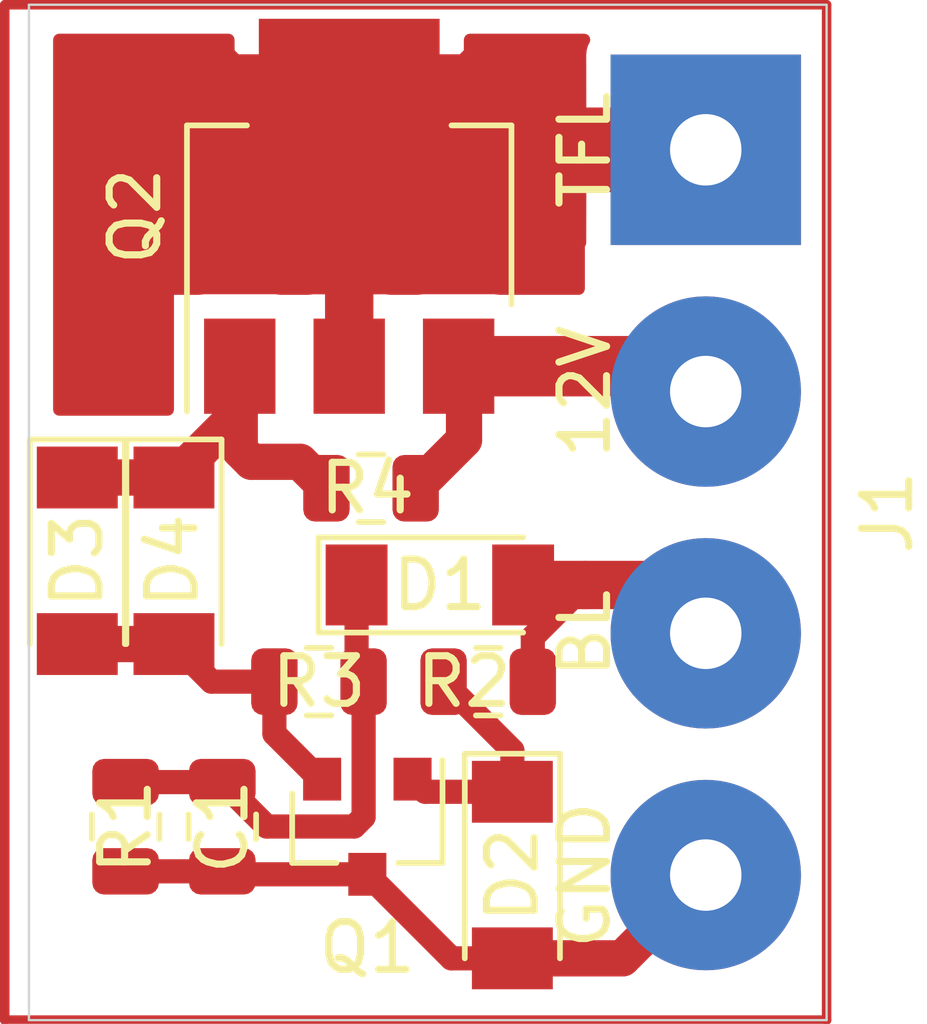
<source format=kicad_pcb>
(kicad_pcb (version 20190331) (host pcbnew "5.1.0-unknown-r15318-d88df890")

  (general
    (thickness 1.6)
    (drawings 12)
    (tracks 46)
    (zones 0)
    (modules 12)
    (nets 9)
  )

  (page "A4")
  (title_block
    (title "PosiBlinker")
    (rev "v1")
  )

  (layers
    (0 "F.Cu" signal)
    (31 "B.Cu" signal)
    (32 "B.Adhes" user hide)
    (33 "F.Adhes" user hide)
    (34 "B.Paste" user hide)
    (35 "F.Paste" user hide)
    (36 "B.SilkS" user hide)
    (37 "F.SilkS" user)
    (38 "B.Mask" user hide)
    (39 "F.Mask" user hide)
    (40 "Dwgs.User" user hide)
    (41 "Cmts.User" user hide)
    (42 "Eco1.User" user hide)
    (43 "Eco2.User" user hide)
    (44 "Edge.Cuts" user)
    (45 "Margin" user hide)
    (46 "B.CrtYd" user hide)
    (47 "F.CrtYd" user)
    (48 "B.Fab" user hide)
    (49 "F.Fab" user hide)
  )

  (setup
    (last_trace_width 0.25)
    (user_trace_width 0.254)
    (user_trace_width 0.381)
    (user_trace_width 0.508)
    (user_trace_width 0.762)
    (user_trace_width 1.016)
    (user_trace_width 1.27)
    (user_trace_width 1.524)
    (user_trace_width 1.778)
    (trace_clearance 0.2)
    (zone_clearance 0.508)
    (zone_45_only no)
    (trace_min 0.2)
    (via_size 0.8)
    (via_drill 0.4)
    (via_min_size 0.4)
    (via_min_drill 0.3)
    (user_via 1.5 0.9)
    (uvia_size 0.3)
    (uvia_drill 0.1)
    (uvias_allowed no)
    (uvia_min_size 0.2)
    (uvia_min_drill 0.1)
    (edge_width 0.05)
    (segment_width 0.2)
    (pcb_text_width 0.3)
    (pcb_text_size 1.5 1.5)
    (mod_edge_width 0.12)
    (mod_text_size 1 1)
    (mod_text_width 0.15)
    (pad_size 1.524 1.524)
    (pad_drill 0.762)
    (pad_to_mask_clearance 0.051)
    (solder_mask_min_width 0.25)
    (aux_axis_origin 0 0)
    (visible_elements FFFFFF7F)
    (pcbplotparams
      (layerselection 0x01000_7fffffff)
      (usegerberextensions false)
      (usegerberattributes false)
      (usegerberadvancedattributes false)
      (creategerberjobfile false)
      (excludeedgelayer true)
      (linewidth 0.100000)
      (plotframeref false)
      (viasonmask false)
      (mode 1)
      (useauxorigin false)
      (hpglpennumber 1)
      (hpglpenspeed 20)
      (hpglpendiameter 15.000000)
      (psnegative false)
      (psa4output false)
      (plotreference true)
      (plotvalue true)
      (plotinvisibletext false)
      (padsonsilk false)
      (subtractmaskfromsilk false)
      (outputformat 4)
      (mirror false)
      (drillshape 1)
      (scaleselection 1)
      (outputdirectory ""))
  )

  (net 0 "")
  (net 1 "GND")
  (net 2 "Net-(C1-Pad1)")
  (net 3 "BL")
  (net 4 "Net-(D2-Pad1)")
  (net 5 "Net-(D3-Pad2)")
  (net 6 "Net-(D3-Pad1)")
  (net 7 "12V")
  (net 8 "TFL_Out")

  (net_class "Default" "This is the default net class."
    (clearance 0.2)
    (trace_width 0.25)
    (via_dia 0.8)
    (via_drill 0.4)
    (uvia_dia 0.3)
    (uvia_drill 0.1)
    (add_net "12V")
    (add_net "BL")
    (add_net "GND")
    (add_net "Net-(C1-Pad1)")
    (add_net "Net-(D2-Pad1)")
    (add_net "Net-(D3-Pad1)")
    (add_net "Net-(D3-Pad2)")
    (add_net "TFL_Out")
  )

  (module "Connector_Wire:SolderWirePad_1x04_P5.08mm_Drill1.5mm" (layer "F.Cu") (tedit 5AEE6009) (tstamp 5CB05FF7)
    (at 66.548 41.148 270)
    (descr "Wire solder connection")
    (tags "connector")
    (path "/5CB3C9FD")
    (attr virtual)
    (fp_text reference "J1" (at 7.62 -3.81 90) (layer "F.SilkS")
      (effects (font (size 1 1) (thickness 0.15)))
    )
    (fp_text value "Conn_01x04_Male" (at 7.62 3.81 90) (layer "F.Fab")
      (effects (font (size 1 1) (thickness 0.15)))
    )
    (fp_line (start 17.74 2.5) (end -2.5 2.5) (layer "F.CrtYd") (width 0.05))
    (fp_line (start 17.74 2.5) (end 17.74 -2.5) (layer "F.CrtYd") (width 0.05))
    (fp_line (start -2.5 -2.5) (end -2.5 2.5) (layer "F.CrtYd") (width 0.05))
    (fp_line (start -2.5 -2.5) (end 17.74 -2.5) (layer "F.CrtYd") (width 0.05))
    (fp_text user "%R" (at 7.62 0 90) (layer "F.Fab")
      (effects (font (size 1 1) (thickness 0.15)))
    )
    (pad "4" thru_hole circle (at 15.24 0 270) (size 4.0005 4.0005) (drill 1.50114) (layers *.Cu *.Mask)
      (net 1 "GND"))
    (pad "3" thru_hole circle (at 10.16 0 270) (size 4.0005 4.0005) (drill 1.50114) (layers *.Cu *.Mask)
      (net 3 "BL"))
    (pad "2" thru_hole circle (at 5.08 0 270) (size 4.0005 4.0005) (drill 1.50114) (layers *.Cu *.Mask)
      (net 7 "12V"))
    (pad "1" thru_hole rect (at 0 0 270) (size 4.0005 4.0005) (drill 1.50114) (layers *.Cu *.Mask)
      (net 8 "TFL_Out"))
  )

  (module "Package_TO_SOT_SMD:SOT-223-3_TabPin2" (layer "F.Cu") (tedit 5A02FF57) (tstamp 5CAFC144)
    (at 59.055 42.545 90)
    (descr "module CMS SOT223 4 pins")
    (tags "CMS SOT")
    (path "/5CAFA986")
    (attr smd)
    (fp_text reference "Q2" (at 0 -4.5 90) (layer "F.SilkS")
      (effects (font (size 1 1) (thickness 0.15)))
    )
    (fp_text value "Q_PMOS_GDS" (at 0 4.5 90) (layer "F.Fab")
      (effects (font (size 1 1) (thickness 0.15)))
    )
    (fp_line (start 1.85 -3.35) (end 1.85 3.35) (layer "F.Fab") (width 0.1))
    (fp_line (start -1.85 3.35) (end 1.85 3.35) (layer "F.Fab") (width 0.1))
    (fp_line (start -4.1 -3.41) (end 1.91 -3.41) (layer "F.SilkS") (width 0.12))
    (fp_line (start -0.85 -3.35) (end 1.85 -3.35) (layer "F.Fab") (width 0.1))
    (fp_line (start -1.85 3.41) (end 1.91 3.41) (layer "F.SilkS") (width 0.12))
    (fp_line (start -1.85 -2.35) (end -1.85 3.35) (layer "F.Fab") (width 0.1))
    (fp_line (start -1.85 -2.35) (end -0.85 -3.35) (layer "F.Fab") (width 0.1))
    (fp_line (start -4.4 -3.6) (end -4.4 3.6) (layer "F.CrtYd") (width 0.05))
    (fp_line (start -4.4 3.6) (end 4.4 3.6) (layer "F.CrtYd") (width 0.05))
    (fp_line (start 4.4 3.6) (end 4.4 -3.6) (layer "F.CrtYd") (width 0.05))
    (fp_line (start 4.4 -3.6) (end -4.4 -3.6) (layer "F.CrtYd") (width 0.05))
    (fp_line (start 1.91 -3.41) (end 1.91 -2.15) (layer "F.SilkS") (width 0.12))
    (fp_line (start 1.91 3.41) (end 1.91 2.15) (layer "F.SilkS") (width 0.12))
    (fp_text user "%R" (at 0 0) (layer "F.Fab")
      (effects (font (size 0.8 0.8) (thickness 0.12)))
    )
    (pad "1" smd rect (at -3.15 -2.3 90) (size 2 1.5) (layers "F.Cu" "F.Paste" "F.Mask")
      (net 6 "Net-(D3-Pad1)"))
    (pad "3" smd rect (at -3.15 2.3 90) (size 2 1.5) (layers "F.Cu" "F.Paste" "F.Mask")
      (net 7 "12V"))
    (pad "2" smd rect (at -3.15 0 90) (size 2 1.5) (layers "F.Cu" "F.Paste" "F.Mask")
      (net 8 "TFL_Out"))
    (pad "2" smd rect (at 3.15 0 90) (size 2 3.8) (layers "F.Cu" "F.Paste" "F.Mask")
      (net 8 "TFL_Out"))
    (model "${KISYS3DMOD}/Package_TO_SOT_SMD.3dshapes/SOT-223.wrl"
      (at (xyz 0 0 0))
      (scale (xyz 1 1 1))
      (rotate (xyz 0 0 0))
    )
  )

  (module "Resistor_SMD:R_0805_2012Metric" (layer "F.Cu") (tedit 5B36C52B) (tstamp 5CAFBC9B)
    (at 59.5145 48.26 180)
    (descr "Resistor SMD 0805 (2012 Metric), square (rectangular) end terminal, IPC_7351 nominal, (Body size source: https://docs.google.com/spreadsheets/d/1BsfQQcO9C6DZCsRaXUlFlo91Tg2WpOkGARC1WS5S8t0/edit?usp=sharing), generated with kicad-footprint-generator")
    (tags "resistor")
    (path "/5CAF7EDB")
    (attr smd)
    (fp_text reference "R4" (at 0.0785 0) (layer "F.SilkS")
      (effects (font (size 1 1) (thickness 0.15)))
    )
    (fp_text value "10M" (at 0 1.65) (layer "F.Fab")
      (effects (font (size 1 1) (thickness 0.15)))
    )
    (fp_text user "%R" (at -0.0785 0) (layer "F.Fab")
      (effects (font (size 0.5 0.5) (thickness 0.08)))
    )
    (fp_line (start 1.68 0.95) (end -1.68 0.95) (layer "F.CrtYd") (width 0.05))
    (fp_line (start 1.68 -0.95) (end 1.68 0.95) (layer "F.CrtYd") (width 0.05))
    (fp_line (start -1.68 -0.95) (end 1.68 -0.95) (layer "F.CrtYd") (width 0.05))
    (fp_line (start -1.68 0.95) (end -1.68 -0.95) (layer "F.CrtYd") (width 0.05))
    (fp_line (start -0.258578 0.71) (end 0.258578 0.71) (layer "F.SilkS") (width 0.12))
    (fp_line (start -0.258578 -0.71) (end 0.258578 -0.71) (layer "F.SilkS") (width 0.12))
    (fp_line (start 1 0.6) (end -1 0.6) (layer "F.Fab") (width 0.1))
    (fp_line (start 1 -0.6) (end 1 0.6) (layer "F.Fab") (width 0.1))
    (fp_line (start -1 -0.6) (end 1 -0.6) (layer "F.Fab") (width 0.1))
    (fp_line (start -1 0.6) (end -1 -0.6) (layer "F.Fab") (width 0.1))
    (pad "2" smd roundrect (at 0.9375 0 180) (size 0.975 1.4) (layers "F.Cu" "F.Paste" "F.Mask") (roundrect_rratio 0.25)
      (net 6 "Net-(D3-Pad1)"))
    (pad "1" smd roundrect (at -0.9375 0 180) (size 0.975 1.4) (layers "F.Cu" "F.Paste" "F.Mask") (roundrect_rratio 0.25)
      (net 7 "12V"))
    (model "${KISYS3DMOD}/Resistor_SMD.3dshapes/R_0805_2012Metric.wrl"
      (at (xyz 0 0 0))
      (scale (xyz 1 1 1))
      (rotate (xyz 0 0 0))
    )
  )

  (module "Resistor_SMD:R_0805_2012Metric" (layer "F.Cu") (tedit 5B36C52B) (tstamp 5CAFBC8A)
    (at 58.42 52.324)
    (descr "Resistor SMD 0805 (2012 Metric), square (rectangular) end terminal, IPC_7351 nominal, (Body size source: https://docs.google.com/spreadsheets/d/1BsfQQcO9C6DZCsRaXUlFlo91Tg2WpOkGARC1WS5S8t0/edit?usp=sharing), generated with kicad-footprint-generator")
    (tags "resistor")
    (path "/5CB0C071")
    (attr smd)
    (fp_text reference "R3" (at 0 0) (layer "F.SilkS")
      (effects (font (size 1 1) (thickness 0.15)))
    )
    (fp_text value "10k" (at 0 1.65) (layer "F.Fab")
      (effects (font (size 1 1) (thickness 0.15)))
    )
    (fp_text user "%R" (at 0 0) (layer "F.Fab")
      (effects (font (size 0.5 0.5) (thickness 0.08)))
    )
    (fp_line (start 1.68 0.95) (end -1.68 0.95) (layer "F.CrtYd") (width 0.05))
    (fp_line (start 1.68 -0.95) (end 1.68 0.95) (layer "F.CrtYd") (width 0.05))
    (fp_line (start -1.68 -0.95) (end 1.68 -0.95) (layer "F.CrtYd") (width 0.05))
    (fp_line (start -1.68 0.95) (end -1.68 -0.95) (layer "F.CrtYd") (width 0.05))
    (fp_line (start -0.258578 0.71) (end 0.258578 0.71) (layer "F.SilkS") (width 0.12))
    (fp_line (start -0.258578 -0.71) (end 0.258578 -0.71) (layer "F.SilkS") (width 0.12))
    (fp_line (start 1 0.6) (end -1 0.6) (layer "F.Fab") (width 0.1))
    (fp_line (start 1 -0.6) (end 1 0.6) (layer "F.Fab") (width 0.1))
    (fp_line (start -1 -0.6) (end 1 -0.6) (layer "F.Fab") (width 0.1))
    (fp_line (start -1 0.6) (end -1 -0.6) (layer "F.Fab") (width 0.1))
    (pad "2" smd roundrect (at 0.9375 0) (size 0.975 1.4) (layers "F.Cu" "F.Paste" "F.Mask") (roundrect_rratio 0.25)
      (net 2 "Net-(C1-Pad1)"))
    (pad "1" smd roundrect (at -0.9375 0) (size 0.975 1.4) (layers "F.Cu" "F.Paste" "F.Mask") (roundrect_rratio 0.25)
      (net 5 "Net-(D3-Pad2)"))
    (model "${KISYS3DMOD}/Resistor_SMD.3dshapes/R_0805_2012Metric.wrl"
      (at (xyz 0 0 0))
      (scale (xyz 1 1 1))
      (rotate (xyz 0 0 0))
    )
  )

  (module "Resistor_SMD:R_0805_2012Metric" (layer "F.Cu") (tedit 5B36C52B) (tstamp 5CB06F9B)
    (at 61.976 52.324)
    (descr "Resistor SMD 0805 (2012 Metric), square (rectangular) end terminal, IPC_7351 nominal, (Body size source: https://docs.google.com/spreadsheets/d/1BsfQQcO9C6DZCsRaXUlFlo91Tg2WpOkGARC1WS5S8t0/edit?usp=sharing), generated with kicad-footprint-generator")
    (tags "resistor")
    (path "/5CAF8B87")
    (attr smd)
    (fp_text reference "R2" (at -0.508 0) (layer "F.SilkS")
      (effects (font (size 1 1) (thickness 0.15)))
    )
    (fp_text value "10k" (at 0 1.65) (layer "F.Fab")
      (effects (font (size 1 1) (thickness 0.15)))
    )
    (fp_text user "%R" (at -0.0785 0.036) (layer "F.Fab")
      (effects (font (size 0.5 0.5) (thickness 0.08)))
    )
    (fp_line (start 1.68 0.95) (end -1.68 0.95) (layer "F.CrtYd") (width 0.05))
    (fp_line (start 1.68 -0.95) (end 1.68 0.95) (layer "F.CrtYd") (width 0.05))
    (fp_line (start -1.68 -0.95) (end 1.68 -0.95) (layer "F.CrtYd") (width 0.05))
    (fp_line (start -1.68 0.95) (end -1.68 -0.95) (layer "F.CrtYd") (width 0.05))
    (fp_line (start -0.258578 0.71) (end 0.258578 0.71) (layer "F.SilkS") (width 0.12))
    (fp_line (start -0.258578 -0.71) (end 0.258578 -0.71) (layer "F.SilkS") (width 0.12))
    (fp_line (start 1 0.6) (end -1 0.6) (layer "F.Fab") (width 0.1))
    (fp_line (start 1 -0.6) (end 1 0.6) (layer "F.Fab") (width 0.1))
    (fp_line (start -1 -0.6) (end 1 -0.6) (layer "F.Fab") (width 0.1))
    (fp_line (start -1 0.6) (end -1 -0.6) (layer "F.Fab") (width 0.1))
    (pad "2" smd roundrect (at 0.9375 0) (size 0.975 1.4) (layers "F.Cu" "F.Paste" "F.Mask") (roundrect_rratio 0.25)
      (net 3 "BL"))
    (pad "1" smd roundrect (at -0.9375 0) (size 0.975 1.4) (layers "F.Cu" "F.Paste" "F.Mask") (roundrect_rratio 0.25)
      (net 4 "Net-(D2-Pad1)"))
    (model "${KISYS3DMOD}/Resistor_SMD.3dshapes/R_0805_2012Metric.wrl"
      (at (xyz 0 0 0))
      (scale (xyz 1 1 1))
      (rotate (xyz 0 0 0))
    )
  )

  (module "Resistor_SMD:R_0805_2012Metric" (layer "F.Cu") (tedit 5B36C52B) (tstamp 5CB064F9)
    (at 54.356 55.372 270)
    (descr "Resistor SMD 0805 (2012 Metric), square (rectangular) end terminal, IPC_7351 nominal, (Body size source: https://docs.google.com/spreadsheets/d/1BsfQQcO9C6DZCsRaXUlFlo91Tg2WpOkGARC1WS5S8t0/edit?usp=sharing), generated with kicad-footprint-generator")
    (tags "resistor")
    (path "/5CA4B499")
    (attr smd)
    (fp_text reference "R1" (at 0 0 90) (layer "F.SilkS")
      (effects (font (size 1 1) (thickness 0.15)))
    )
    (fp_text value "2MEG" (at 0 1.65 90) (layer "F.Fab")
      (effects (font (size 1 1) (thickness 0.15)))
    )
    (fp_text user "%R" (at 0 0 90) (layer "F.Fab")
      (effects (font (size 0.5 0.5) (thickness 0.08)))
    )
    (fp_line (start 1.68 0.95) (end -1.68 0.95) (layer "F.CrtYd") (width 0.05))
    (fp_line (start 1.68 -0.95) (end 1.68 0.95) (layer "F.CrtYd") (width 0.05))
    (fp_line (start -1.68 -0.95) (end 1.68 -0.95) (layer "F.CrtYd") (width 0.05))
    (fp_line (start -1.68 0.95) (end -1.68 -0.95) (layer "F.CrtYd") (width 0.05))
    (fp_line (start -0.258578 0.71) (end 0.258578 0.71) (layer "F.SilkS") (width 0.12))
    (fp_line (start -0.258578 -0.71) (end 0.258578 -0.71) (layer "F.SilkS") (width 0.12))
    (fp_line (start 1 0.6) (end -1 0.6) (layer "F.Fab") (width 0.1))
    (fp_line (start 1 -0.6) (end 1 0.6) (layer "F.Fab") (width 0.1))
    (fp_line (start -1 -0.6) (end 1 -0.6) (layer "F.Fab") (width 0.1))
    (fp_line (start -1 0.6) (end -1 -0.6) (layer "F.Fab") (width 0.1))
    (pad "2" smd roundrect (at 0.9375 0 270) (size 0.975 1.4) (layers "F.Cu" "F.Paste" "F.Mask") (roundrect_rratio 0.25)
      (net 1 "GND"))
    (pad "1" smd roundrect (at -0.9375 0 270) (size 0.975 1.4) (layers "F.Cu" "F.Paste" "F.Mask") (roundrect_rratio 0.25)
      (net 2 "Net-(C1-Pad1)"))
    (model "${KISYS3DMOD}/Resistor_SMD.3dshapes/R_0805_2012Metric.wrl"
      (at (xyz 0 0 0))
      (scale (xyz 1 1 1))
      (rotate (xyz 0 0 0))
    )
  )

  (module "Package_TO_SOT_SMD:SOT-23" (layer "F.Cu") (tedit 5A02FF57) (tstamp 5CAFDF38)
    (at 59.436 55.372 270)
    (descr "SOT-23, Standard")
    (tags "SOT-23")
    (path "/5CB0CF13")
    (attr smd)
    (fp_text reference "Q1" (at 2.54 0 180) (layer "F.SilkS")
      (effects (font (size 1 1) (thickness 0.15)))
    )
    (fp_text value "Q_NMOS_GDS" (at 0 2.5 90) (layer "F.Fab")
      (effects (font (size 1 1) (thickness 0.15)))
    )
    (fp_line (start 0.76 1.58) (end -0.7 1.58) (layer "F.SilkS") (width 0.12))
    (fp_line (start 0.76 -1.58) (end -1.4 -1.58) (layer "F.SilkS") (width 0.12))
    (fp_line (start -1.7 1.75) (end -1.7 -1.75) (layer "F.CrtYd") (width 0.05))
    (fp_line (start 1.7 1.75) (end -1.7 1.75) (layer "F.CrtYd") (width 0.05))
    (fp_line (start 1.7 -1.75) (end 1.7 1.75) (layer "F.CrtYd") (width 0.05))
    (fp_line (start -1.7 -1.75) (end 1.7 -1.75) (layer "F.CrtYd") (width 0.05))
    (fp_line (start 0.76 -1.58) (end 0.76 -0.65) (layer "F.SilkS") (width 0.12))
    (fp_line (start 0.76 1.58) (end 0.76 0.65) (layer "F.SilkS") (width 0.12))
    (fp_line (start -0.7 1.52) (end 0.7 1.52) (layer "F.Fab") (width 0.1))
    (fp_line (start 0.7 -1.52) (end 0.7 1.52) (layer "F.Fab") (width 0.1))
    (fp_line (start -0.7 -0.95) (end -0.15 -1.52) (layer "F.Fab") (width 0.1))
    (fp_line (start -0.15 -1.52) (end 0.7 -1.52) (layer "F.Fab") (width 0.1))
    (fp_line (start -0.7 -0.95) (end -0.7 1.5) (layer "F.Fab") (width 0.1))
    (fp_text user "%R" (at 0 0) (layer "F.Fab")
      (effects (font (size 0.5 0.5) (thickness 0.075)))
    )
    (pad "3" smd rect (at 1 0 270) (size 0.9 0.8) (layers "F.Cu" "F.Paste" "F.Mask")
      (net 1 "GND"))
    (pad "2" smd rect (at -1 0.95 270) (size 0.9 0.8) (layers "F.Cu" "F.Paste" "F.Mask")
      (net 5 "Net-(D3-Pad2)"))
    (pad "1" smd rect (at -1 -0.95 270) (size 0.9 0.8) (layers "F.Cu" "F.Paste" "F.Mask")
      (net 4 "Net-(D2-Pad1)"))
    (model "${KISYS3DMOD}/Package_TO_SOT_SMD.3dshapes/SOT-23.wrl"
      (at (xyz 0 0 0))
      (scale (xyz 1 1 1))
      (rotate (xyz 0 0 0))
    )
  )

  (module "Diode_SMD:D_MiniMELF" (layer "F.Cu") (tedit 5905D8F5) (tstamp 5CAFBC1F)
    (at 53.34 49.784 270)
    (descr "Diode Mini-MELF")
    (tags "Diode Mini-MELF")
    (path "/5CAF86CF")
    (attr smd)
    (fp_text reference "D4" (at 0 -2 90) (layer "F.SilkS")
      (effects (font (size 1 1) (thickness 0.15)))
    )
    (fp_text value "7V" (at 0.282 1.75 90) (layer "F.Fab")
      (effects (font (size 1 1) (thickness 0.15)))
    )
    (fp_line (start -2.65 1.1) (end -2.65 -1.1) (layer "F.CrtYd") (width 0.05))
    (fp_line (start 2.65 1.1) (end -2.65 1.1) (layer "F.CrtYd") (width 0.05))
    (fp_line (start 2.65 -1.1) (end 2.65 1.1) (layer "F.CrtYd") (width 0.05))
    (fp_line (start -2.65 -1.1) (end 2.65 -1.1) (layer "F.CrtYd") (width 0.05))
    (fp_line (start -0.75 0) (end -0.35 0) (layer "F.Fab") (width 0.1))
    (fp_line (start -0.35 0) (end -0.35 -0.55) (layer "F.Fab") (width 0.1))
    (fp_line (start -0.35 0) (end -0.35 0.55) (layer "F.Fab") (width 0.1))
    (fp_line (start -0.35 0) (end 0.25 -0.4) (layer "F.Fab") (width 0.1))
    (fp_line (start 0.25 -0.4) (end 0.25 0.4) (layer "F.Fab") (width 0.1))
    (fp_line (start 0.25 0.4) (end -0.35 0) (layer "F.Fab") (width 0.1))
    (fp_line (start 0.25 0) (end 0.75 0) (layer "F.Fab") (width 0.1))
    (fp_line (start -1.65 -0.8) (end 1.65 -0.8) (layer "F.Fab") (width 0.1))
    (fp_line (start -1.65 0.8) (end -1.65 -0.8) (layer "F.Fab") (width 0.1))
    (fp_line (start 1.65 0.8) (end -1.65 0.8) (layer "F.Fab") (width 0.1))
    (fp_line (start 1.65 -0.8) (end 1.65 0.8) (layer "F.Fab") (width 0.1))
    (fp_line (start -2.55 1) (end 1.75 1) (layer "F.SilkS") (width 0.12))
    (fp_line (start -2.55 -1) (end -2.55 1) (layer "F.SilkS") (width 0.12))
    (fp_line (start 1.75 -1) (end -2.55 -1) (layer "F.SilkS") (width 0.12))
    (fp_text user "%R" (at 0 -2 90) (layer "F.Fab")
      (effects (font (size 1 1) (thickness 0.15)))
    )
    (pad "2" smd rect (at 1.75 0 270) (size 1.3 1.7) (layers "F.Cu" "F.Paste" "F.Mask")
      (net 5 "Net-(D3-Pad2)"))
    (pad "1" smd rect (at -1.75 0 270) (size 1.3 1.7) (layers "F.Cu" "F.Paste" "F.Mask")
      (net 6 "Net-(D3-Pad1)"))
    (model "${KISYS3DMOD}/Diode_SMD.3dshapes/D_MiniMELF.wrl"
      (at (xyz 0 0 0))
      (scale (xyz 1 1 1))
      (rotate (xyz 0 0 0))
    )
  )

  (module "Diode_SMD:D_MiniMELF" (layer "F.Cu") (tedit 5905D8F5) (tstamp 5CAFBC06)
    (at 55.372 49.784 270)
    (descr "Diode Mini-MELF")
    (tags "Diode Mini-MELF")
    (path "/5CB0D6F8")
    (attr smd)
    (fp_text reference "D3" (at 0 2.032 90) (layer "F.SilkS")
      (effects (font (size 1 1) (thickness 0.15)))
    )
    (fp_text value "D" (at -0.226 2.032 90) (layer "F.Fab")
      (effects (font (size 1 1) (thickness 0.15)))
    )
    (fp_line (start -2.65 1.1) (end -2.65 -1.1) (layer "F.CrtYd") (width 0.05))
    (fp_line (start 2.65 1.1) (end -2.65 1.1) (layer "F.CrtYd") (width 0.05))
    (fp_line (start 2.65 -1.1) (end 2.65 1.1) (layer "F.CrtYd") (width 0.05))
    (fp_line (start -2.65 -1.1) (end 2.65 -1.1) (layer "F.CrtYd") (width 0.05))
    (fp_line (start -0.75 0) (end -0.35 0) (layer "F.Fab") (width 0.1))
    (fp_line (start -0.35 0) (end -0.35 -0.55) (layer "F.Fab") (width 0.1))
    (fp_line (start -0.35 0) (end -0.35 0.55) (layer "F.Fab") (width 0.1))
    (fp_line (start -0.35 0) (end 0.25 -0.4) (layer "F.Fab") (width 0.1))
    (fp_line (start 0.25 -0.4) (end 0.25 0.4) (layer "F.Fab") (width 0.1))
    (fp_line (start 0.25 0.4) (end -0.35 0) (layer "F.Fab") (width 0.1))
    (fp_line (start 0.25 0) (end 0.75 0) (layer "F.Fab") (width 0.1))
    (fp_line (start -1.65 -0.8) (end 1.65 -0.8) (layer "F.Fab") (width 0.1))
    (fp_line (start -1.65 0.8) (end -1.65 -0.8) (layer "F.Fab") (width 0.1))
    (fp_line (start 1.65 0.8) (end -1.65 0.8) (layer "F.Fab") (width 0.1))
    (fp_line (start 1.65 -0.8) (end 1.65 0.8) (layer "F.Fab") (width 0.1))
    (fp_line (start -2.55 1) (end 1.75 1) (layer "F.SilkS") (width 0.12))
    (fp_line (start -2.55 -1) (end -2.55 1) (layer "F.SilkS") (width 0.12))
    (fp_line (start 1.75 -1) (end -2.55 -1) (layer "F.SilkS") (width 0.12))
    (fp_text user "%R" (at 0 -2 90) (layer "F.Fab")
      (effects (font (size 1 1) (thickness 0.15)))
    )
    (pad "2" smd rect (at 1.75 0 270) (size 1.3 1.7) (layers "F.Cu" "F.Paste" "F.Mask")
      (net 5 "Net-(D3-Pad2)"))
    (pad "1" smd rect (at -1.75 0 270) (size 1.3 1.7) (layers "F.Cu" "F.Paste" "F.Mask")
      (net 6 "Net-(D3-Pad1)"))
    (model "${KISYS3DMOD}/Diode_SMD.3dshapes/D_MiniMELF.wrl"
      (at (xyz 0 0 0))
      (scale (xyz 1 1 1))
      (rotate (xyz 0 0 0))
    )
  )

  (module "Diode_SMD:D_MiniMELF" (layer "F.Cu") (tedit 5905D8F5) (tstamp 5CB05B36)
    (at 62.484 56.388 270)
    (descr "Diode Mini-MELF")
    (tags "Diode Mini-MELF")
    (path "/5CAF9739")
    (attr smd)
    (fp_text reference "D2" (at 0 0 90) (layer "F.SilkS")
      (effects (font (size 1 1) (thickness 0.15)))
    )
    (fp_text value "7V" (at 0 1.75 90) (layer "F.Fab")
      (effects (font (size 1 1) (thickness 0.15)))
    )
    (fp_line (start -2.65 1.1) (end -2.65 -1.1) (layer "F.CrtYd") (width 0.05))
    (fp_line (start 2.65 1.1) (end -2.65 1.1) (layer "F.CrtYd") (width 0.05))
    (fp_line (start 2.65 -1.1) (end 2.65 1.1) (layer "F.CrtYd") (width 0.05))
    (fp_line (start -2.65 -1.1) (end 2.65 -1.1) (layer "F.CrtYd") (width 0.05))
    (fp_line (start -0.75 0) (end -0.35 0) (layer "F.Fab") (width 0.1))
    (fp_line (start -0.35 0) (end -0.35 -0.55) (layer "F.Fab") (width 0.1))
    (fp_line (start -0.35 0) (end -0.35 0.55) (layer "F.Fab") (width 0.1))
    (fp_line (start -0.35 0) (end 0.25 -0.4) (layer "F.Fab") (width 0.1))
    (fp_line (start 0.25 -0.4) (end 0.25 0.4) (layer "F.Fab") (width 0.1))
    (fp_line (start 0.25 0.4) (end -0.35 0) (layer "F.Fab") (width 0.1))
    (fp_line (start 0.25 0) (end 0.75 0) (layer "F.Fab") (width 0.1))
    (fp_line (start -1.65 -0.8) (end 1.65 -0.8) (layer "F.Fab") (width 0.1))
    (fp_line (start -1.65 0.8) (end -1.65 -0.8) (layer "F.Fab") (width 0.1))
    (fp_line (start 1.65 0.8) (end -1.65 0.8) (layer "F.Fab") (width 0.1))
    (fp_line (start 1.65 -0.8) (end 1.65 0.8) (layer "F.Fab") (width 0.1))
    (fp_line (start -2.55 1) (end 1.75 1) (layer "F.SilkS") (width 0.12))
    (fp_line (start -2.55 -1) (end -2.55 1) (layer "F.SilkS") (width 0.12))
    (fp_line (start 1.75 -1) (end -2.55 -1) (layer "F.SilkS") (width 0.12))
    (fp_text user "%R" (at 0 -2 90) (layer "F.Fab")
      (effects (font (size 1 1) (thickness 0.15)))
    )
    (pad "2" smd rect (at 1.75 0 270) (size 1.3 1.7) (layers "F.Cu" "F.Paste" "F.Mask")
      (net 1 "GND"))
    (pad "1" smd rect (at -1.75 0 270) (size 1.3 1.7) (layers "F.Cu" "F.Paste" "F.Mask")
      (net 4 "Net-(D2-Pad1)"))
    (model "${KISYS3DMOD}/Diode_SMD.3dshapes/D_MiniMELF.wrl"
      (at (xyz 0 0 0))
      (scale (xyz 1 1 1))
      (rotate (xyz 0 0 0))
    )
  )

  (module "Diode_SMD:D_MiniMELF" (layer "F.Cu") (tedit 5905D8F5) (tstamp 5CAFBBD4)
    (at 60.96 50.292)
    (descr "Diode Mini-MELF")
    (tags "Diode Mini-MELF")
    (path "/5CB09567")
    (attr smd)
    (fp_text reference "D1" (at 0 0) (layer "F.SilkS")
      (effects (font (size 1 1) (thickness 0.15)))
    )
    (fp_text value "D" (at 0 1.75) (layer "F.Fab")
      (effects (font (size 1 1) (thickness 0.15)))
    )
    (fp_line (start -2.65 1.1) (end -2.65 -1.1) (layer "F.CrtYd") (width 0.05))
    (fp_line (start 2.65 1.1) (end -2.65 1.1) (layer "F.CrtYd") (width 0.05))
    (fp_line (start 2.65 -1.1) (end 2.65 1.1) (layer "F.CrtYd") (width 0.05))
    (fp_line (start -2.65 -1.1) (end 2.65 -1.1) (layer "F.CrtYd") (width 0.05))
    (fp_line (start -0.75 0) (end -0.35 0) (layer "F.Fab") (width 0.1))
    (fp_line (start -0.35 0) (end -0.35 -0.55) (layer "F.Fab") (width 0.1))
    (fp_line (start -0.35 0) (end -0.35 0.55) (layer "F.Fab") (width 0.1))
    (fp_line (start -0.35 0) (end 0.25 -0.4) (layer "F.Fab") (width 0.1))
    (fp_line (start 0.25 -0.4) (end 0.25 0.4) (layer "F.Fab") (width 0.1))
    (fp_line (start 0.25 0.4) (end -0.35 0) (layer "F.Fab") (width 0.1))
    (fp_line (start 0.25 0) (end 0.75 0) (layer "F.Fab") (width 0.1))
    (fp_line (start -1.65 -0.8) (end 1.65 -0.8) (layer "F.Fab") (width 0.1))
    (fp_line (start -1.65 0.8) (end -1.65 -0.8) (layer "F.Fab") (width 0.1))
    (fp_line (start 1.65 0.8) (end -1.65 0.8) (layer "F.Fab") (width 0.1))
    (fp_line (start 1.65 -0.8) (end 1.65 0.8) (layer "F.Fab") (width 0.1))
    (fp_line (start -2.55 1) (end 1.75 1) (layer "F.SilkS") (width 0.12))
    (fp_line (start -2.55 -1) (end -2.55 1) (layer "F.SilkS") (width 0.12))
    (fp_line (start 1.75 -1) (end -2.55 -1) (layer "F.SilkS") (width 0.12))
    (fp_text user "%R" (at 0 -2) (layer "F.Fab")
      (effects (font (size 1 1) (thickness 0.15)))
    )
    (pad "2" smd rect (at 1.75 0) (size 1.3 1.7) (layers "F.Cu" "F.Paste" "F.Mask")
      (net 3 "BL"))
    (pad "1" smd rect (at -1.75 0) (size 1.3 1.7) (layers "F.Cu" "F.Paste" "F.Mask")
      (net 2 "Net-(C1-Pad1)"))
    (model "${KISYS3DMOD}/Diode_SMD.3dshapes/D_MiniMELF.wrl"
      (at (xyz 0 0 0))
      (scale (xyz 1 1 1))
      (rotate (xyz 0 0 0))
    )
  )

  (module "Capacitor_SMD:C_0805_2012Metric" (layer "F.Cu") (tedit 5B36C52B) (tstamp 5CAFE0BE)
    (at 56.388 55.372 270)
    (descr "Capacitor SMD 0805 (2012 Metric), square (rectangular) end terminal, IPC_7351 nominal, (Body size source: https://docs.google.com/spreadsheets/d/1BsfQQcO9C6DZCsRaXUlFlo91Tg2WpOkGARC1WS5S8t0/edit?usp=sharing), generated with kicad-footprint-generator")
    (tags "capacitor")
    (path "/5CA4B14B")
    (attr smd)
    (fp_text reference "C1" (at 0 0 90) (layer "F.SilkS")
      (effects (font (size 1 1) (thickness 0.15)))
    )
    (fp_text value "500n" (at 0 1.65 90) (layer "F.Fab")
      (effects (font (size 1 1) (thickness 0.15)))
    )
    (fp_text user "%R" (at 0 0 90) (layer "F.Fab")
      (effects (font (size 0.5 0.5) (thickness 0.08)))
    )
    (fp_line (start 1.68 0.95) (end -1.68 0.95) (layer "F.CrtYd") (width 0.05))
    (fp_line (start 1.68 -0.95) (end 1.68 0.95) (layer "F.CrtYd") (width 0.05))
    (fp_line (start -1.68 -0.95) (end 1.68 -0.95) (layer "F.CrtYd") (width 0.05))
    (fp_line (start -1.68 0.95) (end -1.68 -0.95) (layer "F.CrtYd") (width 0.05))
    (fp_line (start -0.258578 0.71) (end 0.258578 0.71) (layer "F.SilkS") (width 0.12))
    (fp_line (start -0.258578 -0.71) (end 0.258578 -0.71) (layer "F.SilkS") (width 0.12))
    (fp_line (start 1 0.6) (end -1 0.6) (layer "F.Fab") (width 0.1))
    (fp_line (start 1 -0.6) (end 1 0.6) (layer "F.Fab") (width 0.1))
    (fp_line (start -1 -0.6) (end 1 -0.6) (layer "F.Fab") (width 0.1))
    (fp_line (start -1 0.6) (end -1 -0.6) (layer "F.Fab") (width 0.1))
    (pad "2" smd roundrect (at 0.9375 0 270) (size 0.975 1.4) (layers "F.Cu" "F.Paste" "F.Mask") (roundrect_rratio 0.25)
      (net 1 "GND"))
    (pad "1" smd roundrect (at -0.9375 0 270) (size 0.975 1.4) (layers "F.Cu" "F.Paste" "F.Mask") (roundrect_rratio 0.25)
      (net 2 "Net-(C1-Pad1)"))
    (model "${KISYS3DMOD}/Capacitor_SMD.3dshapes/C_0805_2012Metric.wrl"
      (at (xyz 0 0 0))
      (scale (xyz 1 1 1))
      (rotate (xyz 0 0 0))
    )
  )

  (gr_line (start 69.088 59.436) (end 51.816 59.436) (layer "F.Cu") (width 0.2) (tstamp 5CB0710F))
  (gr_line (start 69.088 38.1) (end 69.088 59.436) (layer "F.Cu") (width 0.2))
  (gr_line (start 51.816 38.1) (end 69.088 38.1) (layer "F.Cu") (width 0.2))
  (gr_line (start 51.816 59.436) (end 51.816 38.1) (layer "F.Cu") (width 0.2))
  (gr_text "GND" (at 64.008 56.388 90) (layer "F.SilkS")
    (effects (font (size 1 1) (thickness 0.15)))
  )
  (gr_text "BL" (at 64.008 51.308 90) (layer "F.SilkS")
    (effects (font (size 1 1) (thickness 0.15)))
  )
  (gr_text "12V" (at 64.008 46.228 90) (layer "F.SilkS")
    (effects (font (size 1 1) (thickness 0.15)))
  )
  (gr_text "TFL" (at 64.008 41.148 90) (layer "F.SilkS")
    (effects (font (size 1 1) (thickness 0.15)))
  )
  (gr_line (start 69.088 38.1) (end 69.088 59.436) (layer "Edge.Cuts") (width 0.05) (tstamp 5CB068E6))
  (gr_line (start 52.324 38.1) (end 69.088 38.1) (layer "Edge.Cuts") (width 0.05))
  (gr_line (start 52.324 59.436) (end 52.324 38.1) (layer "Edge.Cuts") (width 0.05))
  (gr_line (start 69.088 59.436) (end 52.324 59.436) (layer "Edge.Cuts") (width 0.05))

  (segment (start 64.798 58.138) (end 66.548 56.388) (width 0.762) (layer "F.Cu") (net 1))
  (segment (start 62.484 58.138) (end 64.798 58.138) (width 0.762) (layer "F.Cu") (net 1))
  (segment (start 61.202 58.138) (end 59.436 56.372) (width 0.508) (layer "F.Cu") (net 1))
  (segment (start 62.484 58.138) (end 61.202 58.138) (width 0.508) (layer "F.Cu") (net 1))
  (segment (start 56.4505 56.372) (end 56.388 56.3095) (width 0.508) (layer "F.Cu") (net 1))
  (segment (start 59.436 56.372) (end 56.4505 56.372) (width 0.508) (layer "F.Cu") (net 1))
  (segment (start 56.388 56.3095) (end 54.356 56.3095) (width 0.508) (layer "F.Cu") (net 1))
  (segment (start 59.21 52.1765) (end 59.3575 52.324) (width 0.508) (layer "F.Cu") (net 2))
  (segment (start 59.21 50.292) (end 59.21 52.1765) (width 0.508) (layer "F.Cu") (net 2))
  (segment (start 56.944237 54.990737) (end 56.388 54.4345) (width 0.508) (layer "F.Cu") (net 2))
  (segment (start 59.157212 55.36799) (end 57.32149 55.36799) (width 0.508) (layer "F.Cu") (net 2) (tstamp 5CB06D45))
  (segment (start 57.32149 55.36799) (end 56.944237 54.990737) (width 0.508) (layer "F.Cu") (net 2))
  (segment (start 59.3575 55.167702) (end 59.157212 55.36799) (width 0.508) (layer "F.Cu") (net 2))
  (segment (start 59.3575 52.324) (end 59.3575 55.167702) (width 0.508) (layer "F.Cu") (net 2))
  (segment (start 56.388 54.4345) (end 54.356 54.4345) (width 0.508) (layer "F.Cu") (net 2))
  (segment (start 65.532 50.292) (end 66.548 51.308) (width 1.016) (layer "F.Cu") (net 3))
  (segment (start 62.9135 51.3865) (end 64.008 50.292) (width 0.508) (layer "F.Cu") (net 3))
  (segment (start 62.9135 52.324) (end 62.9135 51.3865) (width 0.508) (layer "F.Cu") (net 3))
  (segment (start 62.71 50.292) (end 64.008 50.292) (width 1.016) (layer "F.Cu") (net 3))
  (segment (start 64.008 50.292) (end 65.532 50.292) (width 1.016) (layer "F.Cu") (net 3))
  (segment (start 60.652 54.638) (end 60.386 54.372) (width 0.508) (layer "F.Cu") (net 4))
  (segment (start 62.484 54.638) (end 60.652 54.638) (width 0.508) (layer "F.Cu") (net 4))
  (segment (start 60.386 54.372) (end 60.436 54.372) (width 0.508) (layer "F.Cu") (net 4))
  (segment (start 62.484 53.7695) (end 61.0385 52.324) (width 0.508) (layer "F.Cu") (net 4))
  (segment (start 62.484 54.638) (end 62.484 53.7695) (width 0.508) (layer "F.Cu") (net 4))
  (segment (start 53.34 51.534) (end 55.372 51.534) (width 0.762) (layer "F.Cu") (net 5))
  (segment (start 57.4825 53.4185) (end 57.4825 52.324) (width 0.508) (layer "F.Cu") (net 5))
  (segment (start 58.486 54.372) (end 58.436 54.372) (width 0.508) (layer "F.Cu") (net 5))
  (segment (start 58.436 54.372) (end 57.4825 53.4185) (width 0.508) (layer "F.Cu") (net 5))
  (segment (start 56.162 52.324) (end 55.372 51.534) (width 0.508) (layer "F.Cu") (net 5))
  (segment (start 57.4825 52.324) (end 56.162 52.324) (width 0.508) (layer "F.Cu") (net 5))
  (segment (start 56.755 46.651) (end 55.372 48.034) (width 0.762) (layer "F.Cu") (net 6))
  (segment (start 56.755 45.695) (end 56.755 46.651) (width 0.762) (layer "F.Cu") (net 6))
  (segment (start 56.755 47.457) (end 56.755 45.695) (width 0.762) (layer "F.Cu") (net 6))
  (segment (start 57.001763 47.703763) (end 56.755 47.457) (width 0.762) (layer "F.Cu") (net 6))
  (segment (start 58.020763 47.703763) (end 57.001763 47.703763) (width 0.762) (layer "F.Cu") (net 6))
  (segment (start 58.577 48.26) (end 58.020763 47.703763) (width 0.762) (layer "F.Cu") (net 6))
  (segment (start 53.34 48.034) (end 55.372 48.034) (width 0.762) (layer "F.Cu") (net 6))
  (segment (start 66.015 45.695) (end 66.548 46.228) (width 1.27) (layer "F.Cu") (net 7))
  (segment (start 61.355 45.695) (end 66.015 45.695) (width 1.27) (layer "F.Cu") (net 7))
  (segment (start 60.452 48.26) (end 61.468 47.244) (width 0.762) (layer "F.Cu") (net 7))
  (segment (start 61.468 45.808) (end 61.355 45.695) (width 0.762) (layer "F.Cu") (net 7))
  (segment (start 61.468 47.244) (end 61.468 45.808) (width 0.762) (layer "F.Cu") (net 7))
  (segment (start 59.055 45.695) (end 59.055 39.395) (width 1.016) (layer "F.Cu") (net 8))
  (segment (start 60.808 41.148) (end 59.055 39.395) (width 1.778) (layer "F.Cu") (net 8))
  (segment (start 66.548 41.148) (end 60.808 41.148) (width 1.778) (layer "F.Cu") (net 8))

  (zone (net 8) (net_name "TFL_Out") (layer "F.Cu") (tstamp 5CB07103) (hatch edge 0.508)
    (connect_pads (clearance 0.508))
    (min_thickness 0.254)
    (fill yes (arc_segments 32) (thermal_gap 0.508) (thermal_bridge_width 0.508))
    (polygon
      (pts
        (xy 68.58 43.18) (xy 64.008 43.18) (xy 64.008 44.196) (xy 59.944 44.196) (xy 59.944 46.736)
        (xy 58.42 46.736) (xy 58.42 44.196) (xy 55.372 44.196) (xy 55.372 46.736) (xy 52.324 46.736)
        (xy 52.324 38.1) (xy 68.58 38.1)
      )
    )
    (filled_polygon
      (pts
        (xy 56.51882 38.835) (xy 56.52 39.10925) (xy 56.67875 39.268) (xy 58.928 39.268) (xy 58.928 39.248)
        (xy 59.182 39.248) (xy 59.182 39.268) (xy 61.43125 39.268) (xy 61.59 39.10925) (xy 61.59118 38.835)
        (xy 63.9949 38.835) (xy 63.958248 38.90357) (xy 63.921938 39.023268) (xy 63.909678 39.14775) (xy 63.91275 40.86225)
        (xy 64.0715 41.021) (xy 66.421 41.021) (xy 66.421 41.001) (xy 66.675 41.001) (xy 66.675 41.021)
        (xy 66.695 41.021) (xy 66.695 41.275) (xy 66.675 41.275) (xy 66.675 41.295) (xy 66.421 41.295)
        (xy 66.421 41.275) (xy 64.0715 41.275) (xy 63.91275 41.43375) (xy 63.909764 43.100474) (xy 63.902403 43.109443)
        (xy 63.890667 43.131399) (xy 63.88344 43.155224) (xy 63.881 43.18) (xy 63.881 44.069) (xy 62.227573 44.069)
        (xy 62.105 44.056928) (xy 60.605 44.056928) (xy 60.482427 44.069) (xy 59.944 44.069) (xy 59.932572 44.070125)
        (xy 59.929482 44.069188) (xy 59.805 44.056928) (xy 59.34075 44.06) (xy 59.182 44.21875) (xy 59.182 45.568)
        (xy 59.202 45.568) (xy 59.202 45.822) (xy 59.182 45.822) (xy 59.182 45.842) (xy 58.928 45.842)
        (xy 58.928 45.822) (xy 58.908 45.822) (xy 58.908 45.568) (xy 58.928 45.568) (xy 58.928 44.21875)
        (xy 58.76925 44.06) (xy 58.305 44.056928) (xy 58.182427 44.069) (xy 57.627573 44.069) (xy 57.505 44.056928)
        (xy 56.005 44.056928) (xy 55.882427 44.069) (xy 55.372 44.069) (xy 55.347224 44.07144) (xy 55.323399 44.078667)
        (xy 55.301443 44.090403) (xy 55.282197 44.106197) (xy 55.266403 44.125443) (xy 55.254667 44.147399) (xy 55.24744 44.171224)
        (xy 55.245 44.196) (xy 55.245 46.609) (xy 52.959 46.609) (xy 52.959 38.835)
      )
    )
  )
)

</source>
